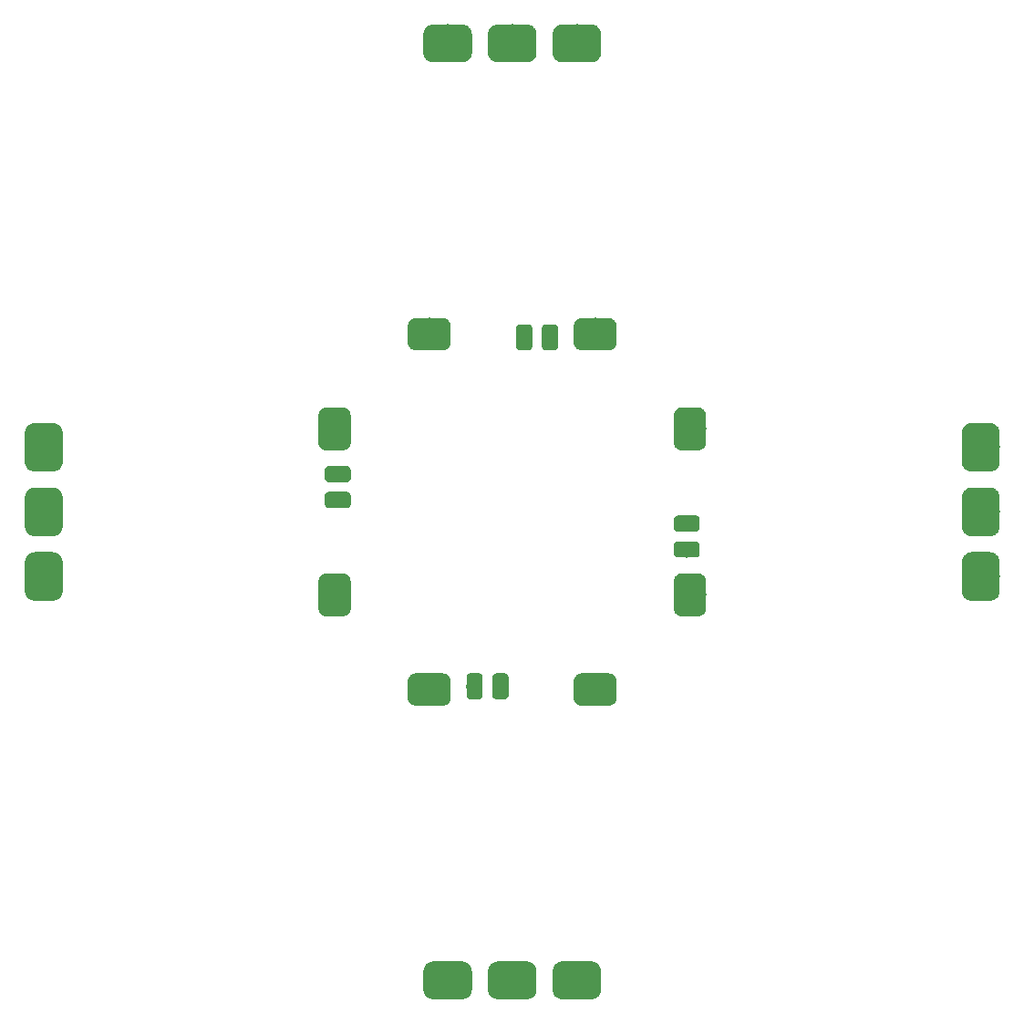
<source format=gbr>
G04 #@! TF.GenerationSoftware,KiCad,Pcbnew,5.0.0-fee4fd1~66~ubuntu16.04.1*
G04 #@! TF.CreationDate,2018-09-11T21:28:54+02:00*
G04 #@! TF.ProjectId,inverted_quad_pdb,696E7665727465645F717561645F7064,rev?*
G04 #@! TF.SameCoordinates,Original*
G04 #@! TF.FileFunction,Paste,Top*
G04 #@! TF.FilePolarity,Positive*
%FSLAX46Y46*%
G04 Gerber Fmt 4.6, Leading zero omitted, Abs format (unit mm)*
G04 Created by KiCad (PCBNEW 5.0.0-fee4fd1~66~ubuntu16.04.1) date Tue Sep 11 21:28:54 2018*
%MOMM*%
%LPD*%
G01*
G04 APERTURE LIST*
%ADD10C,0.100000*%
%ADD11C,1.500000*%
%ADD12C,3.500000*%
%ADD13C,3.000000*%
G04 APERTURE END LIST*
D10*
G04 #@! TO.C,ESC4*
G36*
X147061756Y-115351806D02*
X147098159Y-115357206D01*
X147133857Y-115366147D01*
X147168506Y-115378545D01*
X147201774Y-115394280D01*
X147233339Y-115413199D01*
X147262897Y-115435121D01*
X147290165Y-115459835D01*
X147314879Y-115487103D01*
X147336801Y-115516661D01*
X147355720Y-115548226D01*
X147371455Y-115581494D01*
X147383853Y-115616143D01*
X147392794Y-115651841D01*
X147398194Y-115688244D01*
X147400000Y-115725000D01*
X147400000Y-116475000D01*
X147398194Y-116511756D01*
X147392794Y-116548159D01*
X147383853Y-116583857D01*
X147371455Y-116618506D01*
X147355720Y-116651774D01*
X147336801Y-116683339D01*
X147314879Y-116712897D01*
X147290165Y-116740165D01*
X147262897Y-116764879D01*
X147233339Y-116786801D01*
X147201774Y-116805720D01*
X147168506Y-116821455D01*
X147133857Y-116833853D01*
X147098159Y-116842794D01*
X147061756Y-116848194D01*
X147025000Y-116850000D01*
X145375000Y-116850000D01*
X145338244Y-116848194D01*
X145301841Y-116842794D01*
X145266143Y-116833853D01*
X145231494Y-116821455D01*
X145198226Y-116805720D01*
X145166661Y-116786801D01*
X145137103Y-116764879D01*
X145109835Y-116740165D01*
X145085121Y-116712897D01*
X145063199Y-116683339D01*
X145044280Y-116651774D01*
X145028545Y-116618506D01*
X145016147Y-116583857D01*
X145007206Y-116548159D01*
X145001806Y-116511756D01*
X145000000Y-116475000D01*
X145000000Y-115725000D01*
X145001806Y-115688244D01*
X145007206Y-115651841D01*
X145016147Y-115616143D01*
X145028545Y-115581494D01*
X145044280Y-115548226D01*
X145063199Y-115516661D01*
X145085121Y-115487103D01*
X145109835Y-115459835D01*
X145137103Y-115435121D01*
X145166661Y-115413199D01*
X145198226Y-115394280D01*
X145231494Y-115378545D01*
X145266143Y-115366147D01*
X145301841Y-115357206D01*
X145338244Y-115351806D01*
X145375000Y-115350000D01*
X147025000Y-115350000D01*
X147061756Y-115351806D01*
X147061756Y-115351806D01*
G37*
D11*
X146200000Y-116100000D03*
D10*
G36*
X147061756Y-117751806D02*
X147098159Y-117757206D01*
X147133857Y-117766147D01*
X147168506Y-117778545D01*
X147201774Y-117794280D01*
X147233339Y-117813199D01*
X147262897Y-117835121D01*
X147290165Y-117859835D01*
X147314879Y-117887103D01*
X147336801Y-117916661D01*
X147355720Y-117948226D01*
X147371455Y-117981494D01*
X147383853Y-118016143D01*
X147392794Y-118051841D01*
X147398194Y-118088244D01*
X147400000Y-118125000D01*
X147400000Y-118875000D01*
X147398194Y-118911756D01*
X147392794Y-118948159D01*
X147383853Y-118983857D01*
X147371455Y-119018506D01*
X147355720Y-119051774D01*
X147336801Y-119083339D01*
X147314879Y-119112897D01*
X147290165Y-119140165D01*
X147262897Y-119164879D01*
X147233339Y-119186801D01*
X147201774Y-119205720D01*
X147168506Y-119221455D01*
X147133857Y-119233853D01*
X147098159Y-119242794D01*
X147061756Y-119248194D01*
X147025000Y-119250000D01*
X145375000Y-119250000D01*
X145338244Y-119248194D01*
X145301841Y-119242794D01*
X145266143Y-119233853D01*
X145231494Y-119221455D01*
X145198226Y-119205720D01*
X145166661Y-119186801D01*
X145137103Y-119164879D01*
X145109835Y-119140165D01*
X145085121Y-119112897D01*
X145063199Y-119083339D01*
X145044280Y-119051774D01*
X145028545Y-119018506D01*
X145016147Y-118983857D01*
X145007206Y-118948159D01*
X145001806Y-118911756D01*
X145000000Y-118875000D01*
X145000000Y-118125000D01*
X145001806Y-118088244D01*
X145007206Y-118051841D01*
X145016147Y-118016143D01*
X145028545Y-117981494D01*
X145044280Y-117948226D01*
X145063199Y-117916661D01*
X145085121Y-117887103D01*
X145109835Y-117859835D01*
X145137103Y-117835121D01*
X145166661Y-117813199D01*
X145198226Y-117794280D01*
X145231494Y-117778545D01*
X145266143Y-117766147D01*
X145301841Y-117757206D01*
X145338244Y-117751806D01*
X145375000Y-117750000D01*
X147025000Y-117750000D01*
X147061756Y-117751806D01*
X147061756Y-117751806D01*
G37*
D11*
X146200000Y-118500000D03*
D10*
G36*
X174460765Y-112754213D02*
X174545704Y-112766813D01*
X174628999Y-112787677D01*
X174709848Y-112816605D01*
X174787472Y-112853319D01*
X174861124Y-112897464D01*
X174930094Y-112948616D01*
X174993718Y-113006282D01*
X175051384Y-113069906D01*
X175102536Y-113138876D01*
X175146681Y-113212528D01*
X175183395Y-113290152D01*
X175212323Y-113371001D01*
X175233187Y-113454296D01*
X175245787Y-113539235D01*
X175250000Y-113625000D01*
X175250000Y-116375000D01*
X175245787Y-116460765D01*
X175233187Y-116545704D01*
X175212323Y-116628999D01*
X175183395Y-116709848D01*
X175146681Y-116787472D01*
X175102536Y-116861124D01*
X175051384Y-116930094D01*
X174993718Y-116993718D01*
X174930094Y-117051384D01*
X174861124Y-117102536D01*
X174787472Y-117146681D01*
X174709848Y-117183395D01*
X174628999Y-117212323D01*
X174545704Y-117233187D01*
X174460765Y-117245787D01*
X174375000Y-117250000D01*
X172625000Y-117250000D01*
X172539235Y-117245787D01*
X172454296Y-117233187D01*
X172371001Y-117212323D01*
X172290152Y-117183395D01*
X172212528Y-117146681D01*
X172138876Y-117102536D01*
X172069906Y-117051384D01*
X172006282Y-116993718D01*
X171948616Y-116930094D01*
X171897464Y-116861124D01*
X171853319Y-116787472D01*
X171816605Y-116709848D01*
X171787677Y-116628999D01*
X171766813Y-116545704D01*
X171754213Y-116460765D01*
X171750000Y-116375000D01*
X171750000Y-113625000D01*
X171754213Y-113539235D01*
X171766813Y-113454296D01*
X171787677Y-113371001D01*
X171816605Y-113290152D01*
X171853319Y-113212528D01*
X171897464Y-113138876D01*
X171948616Y-113069906D01*
X172006282Y-113006282D01*
X172069906Y-112948616D01*
X172138876Y-112897464D01*
X172212528Y-112853319D01*
X172290152Y-112816605D01*
X172371001Y-112787677D01*
X172454296Y-112766813D01*
X172539235Y-112754213D01*
X172625000Y-112750000D01*
X174375000Y-112750000D01*
X174460765Y-112754213D01*
X174460765Y-112754213D01*
G37*
D12*
X173500000Y-115000000D03*
D10*
G36*
X174460765Y-106754213D02*
X174545704Y-106766813D01*
X174628999Y-106787677D01*
X174709848Y-106816605D01*
X174787472Y-106853319D01*
X174861124Y-106897464D01*
X174930094Y-106948616D01*
X174993718Y-107006282D01*
X175051384Y-107069906D01*
X175102536Y-107138876D01*
X175146681Y-107212528D01*
X175183395Y-107290152D01*
X175212323Y-107371001D01*
X175233187Y-107454296D01*
X175245787Y-107539235D01*
X175250000Y-107625000D01*
X175250000Y-110375000D01*
X175245787Y-110460765D01*
X175233187Y-110545704D01*
X175212323Y-110628999D01*
X175183395Y-110709848D01*
X175146681Y-110787472D01*
X175102536Y-110861124D01*
X175051384Y-110930094D01*
X174993718Y-110993718D01*
X174930094Y-111051384D01*
X174861124Y-111102536D01*
X174787472Y-111146681D01*
X174709848Y-111183395D01*
X174628999Y-111212323D01*
X174545704Y-111233187D01*
X174460765Y-111245787D01*
X174375000Y-111250000D01*
X172625000Y-111250000D01*
X172539235Y-111245787D01*
X172454296Y-111233187D01*
X172371001Y-111212323D01*
X172290152Y-111183395D01*
X172212528Y-111146681D01*
X172138876Y-111102536D01*
X172069906Y-111051384D01*
X172006282Y-110993718D01*
X171948616Y-110930094D01*
X171897464Y-110861124D01*
X171853319Y-110787472D01*
X171816605Y-110709848D01*
X171787677Y-110628999D01*
X171766813Y-110545704D01*
X171754213Y-110460765D01*
X171750000Y-110375000D01*
X171750000Y-107625000D01*
X171754213Y-107539235D01*
X171766813Y-107454296D01*
X171787677Y-107371001D01*
X171816605Y-107290152D01*
X171853319Y-107212528D01*
X171897464Y-107138876D01*
X171948616Y-107069906D01*
X172006282Y-107006282D01*
X172069906Y-106948616D01*
X172138876Y-106897464D01*
X172212528Y-106853319D01*
X172290152Y-106816605D01*
X172371001Y-106787677D01*
X172454296Y-106766813D01*
X172539235Y-106754213D01*
X172625000Y-106750000D01*
X174375000Y-106750000D01*
X174460765Y-106754213D01*
X174460765Y-106754213D01*
G37*
D12*
X173500000Y-109000000D03*
D10*
G36*
X174460765Y-118754213D02*
X174545704Y-118766813D01*
X174628999Y-118787677D01*
X174709848Y-118816605D01*
X174787472Y-118853319D01*
X174861124Y-118897464D01*
X174930094Y-118948616D01*
X174993718Y-119006282D01*
X175051384Y-119069906D01*
X175102536Y-119138876D01*
X175146681Y-119212528D01*
X175183395Y-119290152D01*
X175212323Y-119371001D01*
X175233187Y-119454296D01*
X175245787Y-119539235D01*
X175250000Y-119625000D01*
X175250000Y-122375000D01*
X175245787Y-122460765D01*
X175233187Y-122545704D01*
X175212323Y-122628999D01*
X175183395Y-122709848D01*
X175146681Y-122787472D01*
X175102536Y-122861124D01*
X175051384Y-122930094D01*
X174993718Y-122993718D01*
X174930094Y-123051384D01*
X174861124Y-123102536D01*
X174787472Y-123146681D01*
X174709848Y-123183395D01*
X174628999Y-123212323D01*
X174545704Y-123233187D01*
X174460765Y-123245787D01*
X174375000Y-123250000D01*
X172625000Y-123250000D01*
X172539235Y-123245787D01*
X172454296Y-123233187D01*
X172371001Y-123212323D01*
X172290152Y-123183395D01*
X172212528Y-123146681D01*
X172138876Y-123102536D01*
X172069906Y-123051384D01*
X172006282Y-122993718D01*
X171948616Y-122930094D01*
X171897464Y-122861124D01*
X171853319Y-122787472D01*
X171816605Y-122709848D01*
X171787677Y-122628999D01*
X171766813Y-122545704D01*
X171754213Y-122460765D01*
X171750000Y-122375000D01*
X171750000Y-119625000D01*
X171754213Y-119539235D01*
X171766813Y-119454296D01*
X171787677Y-119371001D01*
X171816605Y-119290152D01*
X171853319Y-119212528D01*
X171897464Y-119138876D01*
X171948616Y-119069906D01*
X172006282Y-119006282D01*
X172069906Y-118948616D01*
X172138876Y-118897464D01*
X172212528Y-118853319D01*
X172290152Y-118816605D01*
X172371001Y-118787677D01*
X172454296Y-118766813D01*
X172539235Y-118754213D01*
X172625000Y-118750000D01*
X174375000Y-118750000D01*
X174460765Y-118754213D01*
X174460765Y-118754213D01*
G37*
D12*
X173500000Y-121000000D03*
D10*
G36*
X147323513Y-120703611D02*
X147396318Y-120714411D01*
X147467714Y-120732295D01*
X147537013Y-120757090D01*
X147603548Y-120788559D01*
X147666678Y-120826398D01*
X147725795Y-120870242D01*
X147780330Y-120919670D01*
X147829758Y-120974205D01*
X147873602Y-121033322D01*
X147911441Y-121096452D01*
X147942910Y-121162987D01*
X147967705Y-121232286D01*
X147985589Y-121303682D01*
X147996389Y-121376487D01*
X148000000Y-121450000D01*
X148000000Y-123950000D01*
X147996389Y-124023513D01*
X147985589Y-124096318D01*
X147967705Y-124167714D01*
X147942910Y-124237013D01*
X147911441Y-124303548D01*
X147873602Y-124366678D01*
X147829758Y-124425795D01*
X147780330Y-124480330D01*
X147725795Y-124529758D01*
X147666678Y-124573602D01*
X147603548Y-124611441D01*
X147537013Y-124642910D01*
X147467714Y-124667705D01*
X147396318Y-124685589D01*
X147323513Y-124696389D01*
X147250000Y-124700000D01*
X145750000Y-124700000D01*
X145676487Y-124696389D01*
X145603682Y-124685589D01*
X145532286Y-124667705D01*
X145462987Y-124642910D01*
X145396452Y-124611441D01*
X145333322Y-124573602D01*
X145274205Y-124529758D01*
X145219670Y-124480330D01*
X145170242Y-124425795D01*
X145126398Y-124366678D01*
X145088559Y-124303548D01*
X145057090Y-124237013D01*
X145032295Y-124167714D01*
X145014411Y-124096318D01*
X145003611Y-124023513D01*
X145000000Y-123950000D01*
X145000000Y-121450000D01*
X145003611Y-121376487D01*
X145014411Y-121303682D01*
X145032295Y-121232286D01*
X145057090Y-121162987D01*
X145088559Y-121096452D01*
X145126398Y-121033322D01*
X145170242Y-120974205D01*
X145219670Y-120919670D01*
X145274205Y-120870242D01*
X145333322Y-120826398D01*
X145396452Y-120788559D01*
X145462987Y-120757090D01*
X145532286Y-120732295D01*
X145603682Y-120714411D01*
X145676487Y-120703611D01*
X145750000Y-120700000D01*
X147250000Y-120700000D01*
X147323513Y-120703611D01*
X147323513Y-120703611D01*
G37*
D13*
X146500000Y-122700000D03*
D10*
G36*
X147323513Y-105303611D02*
X147396318Y-105314411D01*
X147467714Y-105332295D01*
X147537013Y-105357090D01*
X147603548Y-105388559D01*
X147666678Y-105426398D01*
X147725795Y-105470242D01*
X147780330Y-105519670D01*
X147829758Y-105574205D01*
X147873602Y-105633322D01*
X147911441Y-105696452D01*
X147942910Y-105762987D01*
X147967705Y-105832286D01*
X147985589Y-105903682D01*
X147996389Y-105976487D01*
X148000000Y-106050000D01*
X148000000Y-108550000D01*
X147996389Y-108623513D01*
X147985589Y-108696318D01*
X147967705Y-108767714D01*
X147942910Y-108837013D01*
X147911441Y-108903548D01*
X147873602Y-108966678D01*
X147829758Y-109025795D01*
X147780330Y-109080330D01*
X147725795Y-109129758D01*
X147666678Y-109173602D01*
X147603548Y-109211441D01*
X147537013Y-109242910D01*
X147467714Y-109267705D01*
X147396318Y-109285589D01*
X147323513Y-109296389D01*
X147250000Y-109300000D01*
X145750000Y-109300000D01*
X145676487Y-109296389D01*
X145603682Y-109285589D01*
X145532286Y-109267705D01*
X145462987Y-109242910D01*
X145396452Y-109211441D01*
X145333322Y-109173602D01*
X145274205Y-109129758D01*
X145219670Y-109080330D01*
X145170242Y-109025795D01*
X145126398Y-108966678D01*
X145088559Y-108903548D01*
X145057090Y-108837013D01*
X145032295Y-108767714D01*
X145014411Y-108696318D01*
X145003611Y-108623513D01*
X145000000Y-108550000D01*
X145000000Y-106050000D01*
X145003611Y-105976487D01*
X145014411Y-105903682D01*
X145032295Y-105832286D01*
X145057090Y-105762987D01*
X145088559Y-105696452D01*
X145126398Y-105633322D01*
X145170242Y-105574205D01*
X145219670Y-105519670D01*
X145274205Y-105470242D01*
X145333322Y-105426398D01*
X145396452Y-105388559D01*
X145462987Y-105357090D01*
X145532286Y-105332295D01*
X145603682Y-105314411D01*
X145676487Y-105303611D01*
X145750000Y-105300000D01*
X147250000Y-105300000D01*
X147323513Y-105303611D01*
X147323513Y-105303611D01*
G37*
D13*
X146500000Y-107300000D03*
G04 #@! TD*
D10*
G04 #@! TO.C,ESC3*
G36*
X139023513Y-130003611D02*
X139096318Y-130014411D01*
X139167714Y-130032295D01*
X139237013Y-130057090D01*
X139303548Y-130088559D01*
X139366678Y-130126398D01*
X139425795Y-130170242D01*
X139480330Y-130219670D01*
X139529758Y-130274205D01*
X139573602Y-130333322D01*
X139611441Y-130396452D01*
X139642910Y-130462987D01*
X139667705Y-130532286D01*
X139685589Y-130603682D01*
X139696389Y-130676487D01*
X139700000Y-130750000D01*
X139700000Y-132250000D01*
X139696389Y-132323513D01*
X139685589Y-132396318D01*
X139667705Y-132467714D01*
X139642910Y-132537013D01*
X139611441Y-132603548D01*
X139573602Y-132666678D01*
X139529758Y-132725795D01*
X139480330Y-132780330D01*
X139425795Y-132829758D01*
X139366678Y-132873602D01*
X139303548Y-132911441D01*
X139237013Y-132942910D01*
X139167714Y-132967705D01*
X139096318Y-132985589D01*
X139023513Y-132996389D01*
X138950000Y-133000000D01*
X136450000Y-133000000D01*
X136376487Y-132996389D01*
X136303682Y-132985589D01*
X136232286Y-132967705D01*
X136162987Y-132942910D01*
X136096452Y-132911441D01*
X136033322Y-132873602D01*
X135974205Y-132829758D01*
X135919670Y-132780330D01*
X135870242Y-132725795D01*
X135826398Y-132666678D01*
X135788559Y-132603548D01*
X135757090Y-132537013D01*
X135732295Y-132467714D01*
X135714411Y-132396318D01*
X135703611Y-132323513D01*
X135700000Y-132250000D01*
X135700000Y-130750000D01*
X135703611Y-130676487D01*
X135714411Y-130603682D01*
X135732295Y-130532286D01*
X135757090Y-130462987D01*
X135788559Y-130396452D01*
X135826398Y-130333322D01*
X135870242Y-130274205D01*
X135919670Y-130219670D01*
X135974205Y-130170242D01*
X136033322Y-130126398D01*
X136096452Y-130088559D01*
X136162987Y-130057090D01*
X136232286Y-130032295D01*
X136303682Y-130014411D01*
X136376487Y-130003611D01*
X136450000Y-130000000D01*
X138950000Y-130000000D01*
X139023513Y-130003611D01*
X139023513Y-130003611D01*
G37*
D13*
X137700000Y-131500000D03*
D10*
G36*
X123623513Y-130003611D02*
X123696318Y-130014411D01*
X123767714Y-130032295D01*
X123837013Y-130057090D01*
X123903548Y-130088559D01*
X123966678Y-130126398D01*
X124025795Y-130170242D01*
X124080330Y-130219670D01*
X124129758Y-130274205D01*
X124173602Y-130333322D01*
X124211441Y-130396452D01*
X124242910Y-130462987D01*
X124267705Y-130532286D01*
X124285589Y-130603682D01*
X124296389Y-130676487D01*
X124300000Y-130750000D01*
X124300000Y-132250000D01*
X124296389Y-132323513D01*
X124285589Y-132396318D01*
X124267705Y-132467714D01*
X124242910Y-132537013D01*
X124211441Y-132603548D01*
X124173602Y-132666678D01*
X124129758Y-132725795D01*
X124080330Y-132780330D01*
X124025795Y-132829758D01*
X123966678Y-132873602D01*
X123903548Y-132911441D01*
X123837013Y-132942910D01*
X123767714Y-132967705D01*
X123696318Y-132985589D01*
X123623513Y-132996389D01*
X123550000Y-133000000D01*
X121050000Y-133000000D01*
X120976487Y-132996389D01*
X120903682Y-132985589D01*
X120832286Y-132967705D01*
X120762987Y-132942910D01*
X120696452Y-132911441D01*
X120633322Y-132873602D01*
X120574205Y-132829758D01*
X120519670Y-132780330D01*
X120470242Y-132725795D01*
X120426398Y-132666678D01*
X120388559Y-132603548D01*
X120357090Y-132537013D01*
X120332295Y-132467714D01*
X120314411Y-132396318D01*
X120303611Y-132323513D01*
X120300000Y-132250000D01*
X120300000Y-130750000D01*
X120303611Y-130676487D01*
X120314411Y-130603682D01*
X120332295Y-130532286D01*
X120357090Y-130462987D01*
X120388559Y-130396452D01*
X120426398Y-130333322D01*
X120470242Y-130274205D01*
X120519670Y-130219670D01*
X120574205Y-130170242D01*
X120633322Y-130126398D01*
X120696452Y-130088559D01*
X120762987Y-130057090D01*
X120832286Y-130032295D01*
X120903682Y-130014411D01*
X120976487Y-130003611D01*
X121050000Y-130000000D01*
X123550000Y-130000000D01*
X123623513Y-130003611D01*
X123623513Y-130003611D01*
G37*
D13*
X122300000Y-131500000D03*
D10*
G36*
X125460765Y-156754213D02*
X125545704Y-156766813D01*
X125628999Y-156787677D01*
X125709848Y-156816605D01*
X125787472Y-156853319D01*
X125861124Y-156897464D01*
X125930094Y-156948616D01*
X125993718Y-157006282D01*
X126051384Y-157069906D01*
X126102536Y-157138876D01*
X126146681Y-157212528D01*
X126183395Y-157290152D01*
X126212323Y-157371001D01*
X126233187Y-157454296D01*
X126245787Y-157539235D01*
X126250000Y-157625000D01*
X126250000Y-159375000D01*
X126245787Y-159460765D01*
X126233187Y-159545704D01*
X126212323Y-159628999D01*
X126183395Y-159709848D01*
X126146681Y-159787472D01*
X126102536Y-159861124D01*
X126051384Y-159930094D01*
X125993718Y-159993718D01*
X125930094Y-160051384D01*
X125861124Y-160102536D01*
X125787472Y-160146681D01*
X125709848Y-160183395D01*
X125628999Y-160212323D01*
X125545704Y-160233187D01*
X125460765Y-160245787D01*
X125375000Y-160250000D01*
X122625000Y-160250000D01*
X122539235Y-160245787D01*
X122454296Y-160233187D01*
X122371001Y-160212323D01*
X122290152Y-160183395D01*
X122212528Y-160146681D01*
X122138876Y-160102536D01*
X122069906Y-160051384D01*
X122006282Y-159993718D01*
X121948616Y-159930094D01*
X121897464Y-159861124D01*
X121853319Y-159787472D01*
X121816605Y-159709848D01*
X121787677Y-159628999D01*
X121766813Y-159545704D01*
X121754213Y-159460765D01*
X121750000Y-159375000D01*
X121750000Y-157625000D01*
X121754213Y-157539235D01*
X121766813Y-157454296D01*
X121787677Y-157371001D01*
X121816605Y-157290152D01*
X121853319Y-157212528D01*
X121897464Y-157138876D01*
X121948616Y-157069906D01*
X122006282Y-157006282D01*
X122069906Y-156948616D01*
X122138876Y-156897464D01*
X122212528Y-156853319D01*
X122290152Y-156816605D01*
X122371001Y-156787677D01*
X122454296Y-156766813D01*
X122539235Y-156754213D01*
X122625000Y-156750000D01*
X125375000Y-156750000D01*
X125460765Y-156754213D01*
X125460765Y-156754213D01*
G37*
D12*
X124000000Y-158500000D03*
D10*
G36*
X137460765Y-156754213D02*
X137545704Y-156766813D01*
X137628999Y-156787677D01*
X137709848Y-156816605D01*
X137787472Y-156853319D01*
X137861124Y-156897464D01*
X137930094Y-156948616D01*
X137993718Y-157006282D01*
X138051384Y-157069906D01*
X138102536Y-157138876D01*
X138146681Y-157212528D01*
X138183395Y-157290152D01*
X138212323Y-157371001D01*
X138233187Y-157454296D01*
X138245787Y-157539235D01*
X138250000Y-157625000D01*
X138250000Y-159375000D01*
X138245787Y-159460765D01*
X138233187Y-159545704D01*
X138212323Y-159628999D01*
X138183395Y-159709848D01*
X138146681Y-159787472D01*
X138102536Y-159861124D01*
X138051384Y-159930094D01*
X137993718Y-159993718D01*
X137930094Y-160051384D01*
X137861124Y-160102536D01*
X137787472Y-160146681D01*
X137709848Y-160183395D01*
X137628999Y-160212323D01*
X137545704Y-160233187D01*
X137460765Y-160245787D01*
X137375000Y-160250000D01*
X134625000Y-160250000D01*
X134539235Y-160245787D01*
X134454296Y-160233187D01*
X134371001Y-160212323D01*
X134290152Y-160183395D01*
X134212528Y-160146681D01*
X134138876Y-160102536D01*
X134069906Y-160051384D01*
X134006282Y-159993718D01*
X133948616Y-159930094D01*
X133897464Y-159861124D01*
X133853319Y-159787472D01*
X133816605Y-159709848D01*
X133787677Y-159628999D01*
X133766813Y-159545704D01*
X133754213Y-159460765D01*
X133750000Y-159375000D01*
X133750000Y-157625000D01*
X133754213Y-157539235D01*
X133766813Y-157454296D01*
X133787677Y-157371001D01*
X133816605Y-157290152D01*
X133853319Y-157212528D01*
X133897464Y-157138876D01*
X133948616Y-157069906D01*
X134006282Y-157006282D01*
X134069906Y-156948616D01*
X134138876Y-156897464D01*
X134212528Y-156853319D01*
X134290152Y-156816605D01*
X134371001Y-156787677D01*
X134454296Y-156766813D01*
X134539235Y-156754213D01*
X134625000Y-156750000D01*
X137375000Y-156750000D01*
X137460765Y-156754213D01*
X137460765Y-156754213D01*
G37*
D12*
X136000000Y-158500000D03*
D10*
G36*
X131460765Y-156754213D02*
X131545704Y-156766813D01*
X131628999Y-156787677D01*
X131709848Y-156816605D01*
X131787472Y-156853319D01*
X131861124Y-156897464D01*
X131930094Y-156948616D01*
X131993718Y-157006282D01*
X132051384Y-157069906D01*
X132102536Y-157138876D01*
X132146681Y-157212528D01*
X132183395Y-157290152D01*
X132212323Y-157371001D01*
X132233187Y-157454296D01*
X132245787Y-157539235D01*
X132250000Y-157625000D01*
X132250000Y-159375000D01*
X132245787Y-159460765D01*
X132233187Y-159545704D01*
X132212323Y-159628999D01*
X132183395Y-159709848D01*
X132146681Y-159787472D01*
X132102536Y-159861124D01*
X132051384Y-159930094D01*
X131993718Y-159993718D01*
X131930094Y-160051384D01*
X131861124Y-160102536D01*
X131787472Y-160146681D01*
X131709848Y-160183395D01*
X131628999Y-160212323D01*
X131545704Y-160233187D01*
X131460765Y-160245787D01*
X131375000Y-160250000D01*
X128625000Y-160250000D01*
X128539235Y-160245787D01*
X128454296Y-160233187D01*
X128371001Y-160212323D01*
X128290152Y-160183395D01*
X128212528Y-160146681D01*
X128138876Y-160102536D01*
X128069906Y-160051384D01*
X128006282Y-159993718D01*
X127948616Y-159930094D01*
X127897464Y-159861124D01*
X127853319Y-159787472D01*
X127816605Y-159709848D01*
X127787677Y-159628999D01*
X127766813Y-159545704D01*
X127754213Y-159460765D01*
X127750000Y-159375000D01*
X127750000Y-157625000D01*
X127754213Y-157539235D01*
X127766813Y-157454296D01*
X127787677Y-157371001D01*
X127816605Y-157290152D01*
X127853319Y-157212528D01*
X127897464Y-157138876D01*
X127948616Y-157069906D01*
X128006282Y-157006282D01*
X128069906Y-156948616D01*
X128138876Y-156897464D01*
X128212528Y-156853319D01*
X128290152Y-156816605D01*
X128371001Y-156787677D01*
X128454296Y-156766813D01*
X128539235Y-156754213D01*
X128625000Y-156750000D01*
X131375000Y-156750000D01*
X131460765Y-156754213D01*
X131460765Y-156754213D01*
G37*
D12*
X130000000Y-158500000D03*
D10*
G36*
X126911756Y-130001806D02*
X126948159Y-130007206D01*
X126983857Y-130016147D01*
X127018506Y-130028545D01*
X127051774Y-130044280D01*
X127083339Y-130063199D01*
X127112897Y-130085121D01*
X127140165Y-130109835D01*
X127164879Y-130137103D01*
X127186801Y-130166661D01*
X127205720Y-130198226D01*
X127221455Y-130231494D01*
X127233853Y-130266143D01*
X127242794Y-130301841D01*
X127248194Y-130338244D01*
X127250000Y-130375000D01*
X127250000Y-132025000D01*
X127248194Y-132061756D01*
X127242794Y-132098159D01*
X127233853Y-132133857D01*
X127221455Y-132168506D01*
X127205720Y-132201774D01*
X127186801Y-132233339D01*
X127164879Y-132262897D01*
X127140165Y-132290165D01*
X127112897Y-132314879D01*
X127083339Y-132336801D01*
X127051774Y-132355720D01*
X127018506Y-132371455D01*
X126983857Y-132383853D01*
X126948159Y-132392794D01*
X126911756Y-132398194D01*
X126875000Y-132400000D01*
X126125000Y-132400000D01*
X126088244Y-132398194D01*
X126051841Y-132392794D01*
X126016143Y-132383853D01*
X125981494Y-132371455D01*
X125948226Y-132355720D01*
X125916661Y-132336801D01*
X125887103Y-132314879D01*
X125859835Y-132290165D01*
X125835121Y-132262897D01*
X125813199Y-132233339D01*
X125794280Y-132201774D01*
X125778545Y-132168506D01*
X125766147Y-132133857D01*
X125757206Y-132098159D01*
X125751806Y-132061756D01*
X125750000Y-132025000D01*
X125750000Y-130375000D01*
X125751806Y-130338244D01*
X125757206Y-130301841D01*
X125766147Y-130266143D01*
X125778545Y-130231494D01*
X125794280Y-130198226D01*
X125813199Y-130166661D01*
X125835121Y-130137103D01*
X125859835Y-130109835D01*
X125887103Y-130085121D01*
X125916661Y-130063199D01*
X125948226Y-130044280D01*
X125981494Y-130028545D01*
X126016143Y-130016147D01*
X126051841Y-130007206D01*
X126088244Y-130001806D01*
X126125000Y-130000000D01*
X126875000Y-130000000D01*
X126911756Y-130001806D01*
X126911756Y-130001806D01*
G37*
D11*
X126500000Y-131200000D03*
D10*
G36*
X129311756Y-130001806D02*
X129348159Y-130007206D01*
X129383857Y-130016147D01*
X129418506Y-130028545D01*
X129451774Y-130044280D01*
X129483339Y-130063199D01*
X129512897Y-130085121D01*
X129540165Y-130109835D01*
X129564879Y-130137103D01*
X129586801Y-130166661D01*
X129605720Y-130198226D01*
X129621455Y-130231494D01*
X129633853Y-130266143D01*
X129642794Y-130301841D01*
X129648194Y-130338244D01*
X129650000Y-130375000D01*
X129650000Y-132025000D01*
X129648194Y-132061756D01*
X129642794Y-132098159D01*
X129633853Y-132133857D01*
X129621455Y-132168506D01*
X129605720Y-132201774D01*
X129586801Y-132233339D01*
X129564879Y-132262897D01*
X129540165Y-132290165D01*
X129512897Y-132314879D01*
X129483339Y-132336801D01*
X129451774Y-132355720D01*
X129418506Y-132371455D01*
X129383857Y-132383853D01*
X129348159Y-132392794D01*
X129311756Y-132398194D01*
X129275000Y-132400000D01*
X128525000Y-132400000D01*
X128488244Y-132398194D01*
X128451841Y-132392794D01*
X128416143Y-132383853D01*
X128381494Y-132371455D01*
X128348226Y-132355720D01*
X128316661Y-132336801D01*
X128287103Y-132314879D01*
X128259835Y-132290165D01*
X128235121Y-132262897D01*
X128213199Y-132233339D01*
X128194280Y-132201774D01*
X128178545Y-132168506D01*
X128166147Y-132133857D01*
X128157206Y-132098159D01*
X128151806Y-132061756D01*
X128150000Y-132025000D01*
X128150000Y-130375000D01*
X128151806Y-130338244D01*
X128157206Y-130301841D01*
X128166147Y-130266143D01*
X128178545Y-130231494D01*
X128194280Y-130198226D01*
X128213199Y-130166661D01*
X128235121Y-130137103D01*
X128259835Y-130109835D01*
X128287103Y-130085121D01*
X128316661Y-130063199D01*
X128348226Y-130044280D01*
X128381494Y-130028545D01*
X128416143Y-130016147D01*
X128451841Y-130007206D01*
X128488244Y-130001806D01*
X128525000Y-130000000D01*
X129275000Y-130000000D01*
X129311756Y-130001806D01*
X129311756Y-130001806D01*
G37*
D11*
X128900000Y-131200000D03*
G04 #@! TD*
D10*
G04 #@! TO.C,ESC2*
G36*
X114661756Y-113151806D02*
X114698159Y-113157206D01*
X114733857Y-113166147D01*
X114768506Y-113178545D01*
X114801774Y-113194280D01*
X114833339Y-113213199D01*
X114862897Y-113235121D01*
X114890165Y-113259835D01*
X114914879Y-113287103D01*
X114936801Y-113316661D01*
X114955720Y-113348226D01*
X114971455Y-113381494D01*
X114983853Y-113416143D01*
X114992794Y-113451841D01*
X114998194Y-113488244D01*
X115000000Y-113525000D01*
X115000000Y-114275000D01*
X114998194Y-114311756D01*
X114992794Y-114348159D01*
X114983853Y-114383857D01*
X114971455Y-114418506D01*
X114955720Y-114451774D01*
X114936801Y-114483339D01*
X114914879Y-114512897D01*
X114890165Y-114540165D01*
X114862897Y-114564879D01*
X114833339Y-114586801D01*
X114801774Y-114605720D01*
X114768506Y-114621455D01*
X114733857Y-114633853D01*
X114698159Y-114642794D01*
X114661756Y-114648194D01*
X114625000Y-114650000D01*
X112975000Y-114650000D01*
X112938244Y-114648194D01*
X112901841Y-114642794D01*
X112866143Y-114633853D01*
X112831494Y-114621455D01*
X112798226Y-114605720D01*
X112766661Y-114586801D01*
X112737103Y-114564879D01*
X112709835Y-114540165D01*
X112685121Y-114512897D01*
X112663199Y-114483339D01*
X112644280Y-114451774D01*
X112628545Y-114418506D01*
X112616147Y-114383857D01*
X112607206Y-114348159D01*
X112601806Y-114311756D01*
X112600000Y-114275000D01*
X112600000Y-113525000D01*
X112601806Y-113488244D01*
X112607206Y-113451841D01*
X112616147Y-113416143D01*
X112628545Y-113381494D01*
X112644280Y-113348226D01*
X112663199Y-113316661D01*
X112685121Y-113287103D01*
X112709835Y-113259835D01*
X112737103Y-113235121D01*
X112766661Y-113213199D01*
X112798226Y-113194280D01*
X112831494Y-113178545D01*
X112866143Y-113166147D01*
X112901841Y-113157206D01*
X112938244Y-113151806D01*
X112975000Y-113150000D01*
X114625000Y-113150000D01*
X114661756Y-113151806D01*
X114661756Y-113151806D01*
G37*
D11*
X113800000Y-113900000D03*
D10*
G36*
X114661756Y-110751806D02*
X114698159Y-110757206D01*
X114733857Y-110766147D01*
X114768506Y-110778545D01*
X114801774Y-110794280D01*
X114833339Y-110813199D01*
X114862897Y-110835121D01*
X114890165Y-110859835D01*
X114914879Y-110887103D01*
X114936801Y-110916661D01*
X114955720Y-110948226D01*
X114971455Y-110981494D01*
X114983853Y-111016143D01*
X114992794Y-111051841D01*
X114998194Y-111088244D01*
X115000000Y-111125000D01*
X115000000Y-111875000D01*
X114998194Y-111911756D01*
X114992794Y-111948159D01*
X114983853Y-111983857D01*
X114971455Y-112018506D01*
X114955720Y-112051774D01*
X114936801Y-112083339D01*
X114914879Y-112112897D01*
X114890165Y-112140165D01*
X114862897Y-112164879D01*
X114833339Y-112186801D01*
X114801774Y-112205720D01*
X114768506Y-112221455D01*
X114733857Y-112233853D01*
X114698159Y-112242794D01*
X114661756Y-112248194D01*
X114625000Y-112250000D01*
X112975000Y-112250000D01*
X112938244Y-112248194D01*
X112901841Y-112242794D01*
X112866143Y-112233853D01*
X112831494Y-112221455D01*
X112798226Y-112205720D01*
X112766661Y-112186801D01*
X112737103Y-112164879D01*
X112709835Y-112140165D01*
X112685121Y-112112897D01*
X112663199Y-112083339D01*
X112644280Y-112051774D01*
X112628545Y-112018506D01*
X112616147Y-111983857D01*
X112607206Y-111948159D01*
X112601806Y-111911756D01*
X112600000Y-111875000D01*
X112600000Y-111125000D01*
X112601806Y-111088244D01*
X112607206Y-111051841D01*
X112616147Y-111016143D01*
X112628545Y-110981494D01*
X112644280Y-110948226D01*
X112663199Y-110916661D01*
X112685121Y-110887103D01*
X112709835Y-110859835D01*
X112737103Y-110835121D01*
X112766661Y-110813199D01*
X112798226Y-110794280D01*
X112831494Y-110778545D01*
X112866143Y-110766147D01*
X112901841Y-110757206D01*
X112938244Y-110751806D01*
X112975000Y-110750000D01*
X114625000Y-110750000D01*
X114661756Y-110751806D01*
X114661756Y-110751806D01*
G37*
D11*
X113800000Y-111500000D03*
D10*
G36*
X87460765Y-112754213D02*
X87545704Y-112766813D01*
X87628999Y-112787677D01*
X87709848Y-112816605D01*
X87787472Y-112853319D01*
X87861124Y-112897464D01*
X87930094Y-112948616D01*
X87993718Y-113006282D01*
X88051384Y-113069906D01*
X88102536Y-113138876D01*
X88146681Y-113212528D01*
X88183395Y-113290152D01*
X88212323Y-113371001D01*
X88233187Y-113454296D01*
X88245787Y-113539235D01*
X88250000Y-113625000D01*
X88250000Y-116375000D01*
X88245787Y-116460765D01*
X88233187Y-116545704D01*
X88212323Y-116628999D01*
X88183395Y-116709848D01*
X88146681Y-116787472D01*
X88102536Y-116861124D01*
X88051384Y-116930094D01*
X87993718Y-116993718D01*
X87930094Y-117051384D01*
X87861124Y-117102536D01*
X87787472Y-117146681D01*
X87709848Y-117183395D01*
X87628999Y-117212323D01*
X87545704Y-117233187D01*
X87460765Y-117245787D01*
X87375000Y-117250000D01*
X85625000Y-117250000D01*
X85539235Y-117245787D01*
X85454296Y-117233187D01*
X85371001Y-117212323D01*
X85290152Y-117183395D01*
X85212528Y-117146681D01*
X85138876Y-117102536D01*
X85069906Y-117051384D01*
X85006282Y-116993718D01*
X84948616Y-116930094D01*
X84897464Y-116861124D01*
X84853319Y-116787472D01*
X84816605Y-116709848D01*
X84787677Y-116628999D01*
X84766813Y-116545704D01*
X84754213Y-116460765D01*
X84750000Y-116375000D01*
X84750000Y-113625000D01*
X84754213Y-113539235D01*
X84766813Y-113454296D01*
X84787677Y-113371001D01*
X84816605Y-113290152D01*
X84853319Y-113212528D01*
X84897464Y-113138876D01*
X84948616Y-113069906D01*
X85006282Y-113006282D01*
X85069906Y-112948616D01*
X85138876Y-112897464D01*
X85212528Y-112853319D01*
X85290152Y-112816605D01*
X85371001Y-112787677D01*
X85454296Y-112766813D01*
X85539235Y-112754213D01*
X85625000Y-112750000D01*
X87375000Y-112750000D01*
X87460765Y-112754213D01*
X87460765Y-112754213D01*
G37*
D12*
X86500000Y-115000000D03*
D10*
G36*
X87460765Y-118754213D02*
X87545704Y-118766813D01*
X87628999Y-118787677D01*
X87709848Y-118816605D01*
X87787472Y-118853319D01*
X87861124Y-118897464D01*
X87930094Y-118948616D01*
X87993718Y-119006282D01*
X88051384Y-119069906D01*
X88102536Y-119138876D01*
X88146681Y-119212528D01*
X88183395Y-119290152D01*
X88212323Y-119371001D01*
X88233187Y-119454296D01*
X88245787Y-119539235D01*
X88250000Y-119625000D01*
X88250000Y-122375000D01*
X88245787Y-122460765D01*
X88233187Y-122545704D01*
X88212323Y-122628999D01*
X88183395Y-122709848D01*
X88146681Y-122787472D01*
X88102536Y-122861124D01*
X88051384Y-122930094D01*
X87993718Y-122993718D01*
X87930094Y-123051384D01*
X87861124Y-123102536D01*
X87787472Y-123146681D01*
X87709848Y-123183395D01*
X87628999Y-123212323D01*
X87545704Y-123233187D01*
X87460765Y-123245787D01*
X87375000Y-123250000D01*
X85625000Y-123250000D01*
X85539235Y-123245787D01*
X85454296Y-123233187D01*
X85371001Y-123212323D01*
X85290152Y-123183395D01*
X85212528Y-123146681D01*
X85138876Y-123102536D01*
X85069906Y-123051384D01*
X85006282Y-122993718D01*
X84948616Y-122930094D01*
X84897464Y-122861124D01*
X84853319Y-122787472D01*
X84816605Y-122709848D01*
X84787677Y-122628999D01*
X84766813Y-122545704D01*
X84754213Y-122460765D01*
X84750000Y-122375000D01*
X84750000Y-119625000D01*
X84754213Y-119539235D01*
X84766813Y-119454296D01*
X84787677Y-119371001D01*
X84816605Y-119290152D01*
X84853319Y-119212528D01*
X84897464Y-119138876D01*
X84948616Y-119069906D01*
X85006282Y-119006282D01*
X85069906Y-118948616D01*
X85138876Y-118897464D01*
X85212528Y-118853319D01*
X85290152Y-118816605D01*
X85371001Y-118787677D01*
X85454296Y-118766813D01*
X85539235Y-118754213D01*
X85625000Y-118750000D01*
X87375000Y-118750000D01*
X87460765Y-118754213D01*
X87460765Y-118754213D01*
G37*
D12*
X86500000Y-121000000D03*
D10*
G36*
X87460765Y-106754213D02*
X87545704Y-106766813D01*
X87628999Y-106787677D01*
X87709848Y-106816605D01*
X87787472Y-106853319D01*
X87861124Y-106897464D01*
X87930094Y-106948616D01*
X87993718Y-107006282D01*
X88051384Y-107069906D01*
X88102536Y-107138876D01*
X88146681Y-107212528D01*
X88183395Y-107290152D01*
X88212323Y-107371001D01*
X88233187Y-107454296D01*
X88245787Y-107539235D01*
X88250000Y-107625000D01*
X88250000Y-110375000D01*
X88245787Y-110460765D01*
X88233187Y-110545704D01*
X88212323Y-110628999D01*
X88183395Y-110709848D01*
X88146681Y-110787472D01*
X88102536Y-110861124D01*
X88051384Y-110930094D01*
X87993718Y-110993718D01*
X87930094Y-111051384D01*
X87861124Y-111102536D01*
X87787472Y-111146681D01*
X87709848Y-111183395D01*
X87628999Y-111212323D01*
X87545704Y-111233187D01*
X87460765Y-111245787D01*
X87375000Y-111250000D01*
X85625000Y-111250000D01*
X85539235Y-111245787D01*
X85454296Y-111233187D01*
X85371001Y-111212323D01*
X85290152Y-111183395D01*
X85212528Y-111146681D01*
X85138876Y-111102536D01*
X85069906Y-111051384D01*
X85006282Y-110993718D01*
X84948616Y-110930094D01*
X84897464Y-110861124D01*
X84853319Y-110787472D01*
X84816605Y-110709848D01*
X84787677Y-110628999D01*
X84766813Y-110545704D01*
X84754213Y-110460765D01*
X84750000Y-110375000D01*
X84750000Y-107625000D01*
X84754213Y-107539235D01*
X84766813Y-107454296D01*
X84787677Y-107371001D01*
X84816605Y-107290152D01*
X84853319Y-107212528D01*
X84897464Y-107138876D01*
X84948616Y-107069906D01*
X85006282Y-107006282D01*
X85069906Y-106948616D01*
X85138876Y-106897464D01*
X85212528Y-106853319D01*
X85290152Y-106816605D01*
X85371001Y-106787677D01*
X85454296Y-106766813D01*
X85539235Y-106754213D01*
X85625000Y-106750000D01*
X87375000Y-106750000D01*
X87460765Y-106754213D01*
X87460765Y-106754213D01*
G37*
D12*
X86500000Y-109000000D03*
D10*
G36*
X114323513Y-105303611D02*
X114396318Y-105314411D01*
X114467714Y-105332295D01*
X114537013Y-105357090D01*
X114603548Y-105388559D01*
X114666678Y-105426398D01*
X114725795Y-105470242D01*
X114780330Y-105519670D01*
X114829758Y-105574205D01*
X114873602Y-105633322D01*
X114911441Y-105696452D01*
X114942910Y-105762987D01*
X114967705Y-105832286D01*
X114985589Y-105903682D01*
X114996389Y-105976487D01*
X115000000Y-106050000D01*
X115000000Y-108550000D01*
X114996389Y-108623513D01*
X114985589Y-108696318D01*
X114967705Y-108767714D01*
X114942910Y-108837013D01*
X114911441Y-108903548D01*
X114873602Y-108966678D01*
X114829758Y-109025795D01*
X114780330Y-109080330D01*
X114725795Y-109129758D01*
X114666678Y-109173602D01*
X114603548Y-109211441D01*
X114537013Y-109242910D01*
X114467714Y-109267705D01*
X114396318Y-109285589D01*
X114323513Y-109296389D01*
X114250000Y-109300000D01*
X112750000Y-109300000D01*
X112676487Y-109296389D01*
X112603682Y-109285589D01*
X112532286Y-109267705D01*
X112462987Y-109242910D01*
X112396452Y-109211441D01*
X112333322Y-109173602D01*
X112274205Y-109129758D01*
X112219670Y-109080330D01*
X112170242Y-109025795D01*
X112126398Y-108966678D01*
X112088559Y-108903548D01*
X112057090Y-108837013D01*
X112032295Y-108767714D01*
X112014411Y-108696318D01*
X112003611Y-108623513D01*
X112000000Y-108550000D01*
X112000000Y-106050000D01*
X112003611Y-105976487D01*
X112014411Y-105903682D01*
X112032295Y-105832286D01*
X112057090Y-105762987D01*
X112088559Y-105696452D01*
X112126398Y-105633322D01*
X112170242Y-105574205D01*
X112219670Y-105519670D01*
X112274205Y-105470242D01*
X112333322Y-105426398D01*
X112396452Y-105388559D01*
X112462987Y-105357090D01*
X112532286Y-105332295D01*
X112603682Y-105314411D01*
X112676487Y-105303611D01*
X112750000Y-105300000D01*
X114250000Y-105300000D01*
X114323513Y-105303611D01*
X114323513Y-105303611D01*
G37*
D13*
X113500000Y-107300000D03*
D10*
G36*
X114323513Y-120703611D02*
X114396318Y-120714411D01*
X114467714Y-120732295D01*
X114537013Y-120757090D01*
X114603548Y-120788559D01*
X114666678Y-120826398D01*
X114725795Y-120870242D01*
X114780330Y-120919670D01*
X114829758Y-120974205D01*
X114873602Y-121033322D01*
X114911441Y-121096452D01*
X114942910Y-121162987D01*
X114967705Y-121232286D01*
X114985589Y-121303682D01*
X114996389Y-121376487D01*
X115000000Y-121450000D01*
X115000000Y-123950000D01*
X114996389Y-124023513D01*
X114985589Y-124096318D01*
X114967705Y-124167714D01*
X114942910Y-124237013D01*
X114911441Y-124303548D01*
X114873602Y-124366678D01*
X114829758Y-124425795D01*
X114780330Y-124480330D01*
X114725795Y-124529758D01*
X114666678Y-124573602D01*
X114603548Y-124611441D01*
X114537013Y-124642910D01*
X114467714Y-124667705D01*
X114396318Y-124685589D01*
X114323513Y-124696389D01*
X114250000Y-124700000D01*
X112750000Y-124700000D01*
X112676487Y-124696389D01*
X112603682Y-124685589D01*
X112532286Y-124667705D01*
X112462987Y-124642910D01*
X112396452Y-124611441D01*
X112333322Y-124573602D01*
X112274205Y-124529758D01*
X112219670Y-124480330D01*
X112170242Y-124425795D01*
X112126398Y-124366678D01*
X112088559Y-124303548D01*
X112057090Y-124237013D01*
X112032295Y-124167714D01*
X112014411Y-124096318D01*
X112003611Y-124023513D01*
X112000000Y-123950000D01*
X112000000Y-121450000D01*
X112003611Y-121376487D01*
X112014411Y-121303682D01*
X112032295Y-121232286D01*
X112057090Y-121162987D01*
X112088559Y-121096452D01*
X112126398Y-121033322D01*
X112170242Y-120974205D01*
X112219670Y-120919670D01*
X112274205Y-120870242D01*
X112333322Y-120826398D01*
X112396452Y-120788559D01*
X112462987Y-120757090D01*
X112532286Y-120732295D01*
X112603682Y-120714411D01*
X112676487Y-120703611D01*
X112750000Y-120700000D01*
X114250000Y-120700000D01*
X114323513Y-120703611D01*
X114323513Y-120703611D01*
G37*
D13*
X113500000Y-122700000D03*
G04 #@! TD*
D10*
G04 #@! TO.C,ESC1*
G36*
X123623513Y-97003611D02*
X123696318Y-97014411D01*
X123767714Y-97032295D01*
X123837013Y-97057090D01*
X123903548Y-97088559D01*
X123966678Y-97126398D01*
X124025795Y-97170242D01*
X124080330Y-97219670D01*
X124129758Y-97274205D01*
X124173602Y-97333322D01*
X124211441Y-97396452D01*
X124242910Y-97462987D01*
X124267705Y-97532286D01*
X124285589Y-97603682D01*
X124296389Y-97676487D01*
X124300000Y-97750000D01*
X124300000Y-99250000D01*
X124296389Y-99323513D01*
X124285589Y-99396318D01*
X124267705Y-99467714D01*
X124242910Y-99537013D01*
X124211441Y-99603548D01*
X124173602Y-99666678D01*
X124129758Y-99725795D01*
X124080330Y-99780330D01*
X124025795Y-99829758D01*
X123966678Y-99873602D01*
X123903548Y-99911441D01*
X123837013Y-99942910D01*
X123767714Y-99967705D01*
X123696318Y-99985589D01*
X123623513Y-99996389D01*
X123550000Y-100000000D01*
X121050000Y-100000000D01*
X120976487Y-99996389D01*
X120903682Y-99985589D01*
X120832286Y-99967705D01*
X120762987Y-99942910D01*
X120696452Y-99911441D01*
X120633322Y-99873602D01*
X120574205Y-99829758D01*
X120519670Y-99780330D01*
X120470242Y-99725795D01*
X120426398Y-99666678D01*
X120388559Y-99603548D01*
X120357090Y-99537013D01*
X120332295Y-99467714D01*
X120314411Y-99396318D01*
X120303611Y-99323513D01*
X120300000Y-99250000D01*
X120300000Y-97750000D01*
X120303611Y-97676487D01*
X120314411Y-97603682D01*
X120332295Y-97532286D01*
X120357090Y-97462987D01*
X120388559Y-97396452D01*
X120426398Y-97333322D01*
X120470242Y-97274205D01*
X120519670Y-97219670D01*
X120574205Y-97170242D01*
X120633322Y-97126398D01*
X120696452Y-97088559D01*
X120762987Y-97057090D01*
X120832286Y-97032295D01*
X120903682Y-97014411D01*
X120976487Y-97003611D01*
X121050000Y-97000000D01*
X123550000Y-97000000D01*
X123623513Y-97003611D01*
X123623513Y-97003611D01*
G37*
D13*
X122300000Y-98500000D03*
D10*
G36*
X139023513Y-97003611D02*
X139096318Y-97014411D01*
X139167714Y-97032295D01*
X139237013Y-97057090D01*
X139303548Y-97088559D01*
X139366678Y-97126398D01*
X139425795Y-97170242D01*
X139480330Y-97219670D01*
X139529758Y-97274205D01*
X139573602Y-97333322D01*
X139611441Y-97396452D01*
X139642910Y-97462987D01*
X139667705Y-97532286D01*
X139685589Y-97603682D01*
X139696389Y-97676487D01*
X139700000Y-97750000D01*
X139700000Y-99250000D01*
X139696389Y-99323513D01*
X139685589Y-99396318D01*
X139667705Y-99467714D01*
X139642910Y-99537013D01*
X139611441Y-99603548D01*
X139573602Y-99666678D01*
X139529758Y-99725795D01*
X139480330Y-99780330D01*
X139425795Y-99829758D01*
X139366678Y-99873602D01*
X139303548Y-99911441D01*
X139237013Y-99942910D01*
X139167714Y-99967705D01*
X139096318Y-99985589D01*
X139023513Y-99996389D01*
X138950000Y-100000000D01*
X136450000Y-100000000D01*
X136376487Y-99996389D01*
X136303682Y-99985589D01*
X136232286Y-99967705D01*
X136162987Y-99942910D01*
X136096452Y-99911441D01*
X136033322Y-99873602D01*
X135974205Y-99829758D01*
X135919670Y-99780330D01*
X135870242Y-99725795D01*
X135826398Y-99666678D01*
X135788559Y-99603548D01*
X135757090Y-99537013D01*
X135732295Y-99467714D01*
X135714411Y-99396318D01*
X135703611Y-99323513D01*
X135700000Y-99250000D01*
X135700000Y-97750000D01*
X135703611Y-97676487D01*
X135714411Y-97603682D01*
X135732295Y-97532286D01*
X135757090Y-97462987D01*
X135788559Y-97396452D01*
X135826398Y-97333322D01*
X135870242Y-97274205D01*
X135919670Y-97219670D01*
X135974205Y-97170242D01*
X136033322Y-97126398D01*
X136096452Y-97088559D01*
X136162987Y-97057090D01*
X136232286Y-97032295D01*
X136303682Y-97014411D01*
X136376487Y-97003611D01*
X136450000Y-97000000D01*
X138950000Y-97000000D01*
X139023513Y-97003611D01*
X139023513Y-97003611D01*
G37*
D13*
X137700000Y-98500000D03*
D10*
G36*
X137460765Y-69754213D02*
X137545704Y-69766813D01*
X137628999Y-69787677D01*
X137709848Y-69816605D01*
X137787472Y-69853319D01*
X137861124Y-69897464D01*
X137930094Y-69948616D01*
X137993718Y-70006282D01*
X138051384Y-70069906D01*
X138102536Y-70138876D01*
X138146681Y-70212528D01*
X138183395Y-70290152D01*
X138212323Y-70371001D01*
X138233187Y-70454296D01*
X138245787Y-70539235D01*
X138250000Y-70625000D01*
X138250000Y-72375000D01*
X138245787Y-72460765D01*
X138233187Y-72545704D01*
X138212323Y-72628999D01*
X138183395Y-72709848D01*
X138146681Y-72787472D01*
X138102536Y-72861124D01*
X138051384Y-72930094D01*
X137993718Y-72993718D01*
X137930094Y-73051384D01*
X137861124Y-73102536D01*
X137787472Y-73146681D01*
X137709848Y-73183395D01*
X137628999Y-73212323D01*
X137545704Y-73233187D01*
X137460765Y-73245787D01*
X137375000Y-73250000D01*
X134625000Y-73250000D01*
X134539235Y-73245787D01*
X134454296Y-73233187D01*
X134371001Y-73212323D01*
X134290152Y-73183395D01*
X134212528Y-73146681D01*
X134138876Y-73102536D01*
X134069906Y-73051384D01*
X134006282Y-72993718D01*
X133948616Y-72930094D01*
X133897464Y-72861124D01*
X133853319Y-72787472D01*
X133816605Y-72709848D01*
X133787677Y-72628999D01*
X133766813Y-72545704D01*
X133754213Y-72460765D01*
X133750000Y-72375000D01*
X133750000Y-70625000D01*
X133754213Y-70539235D01*
X133766813Y-70454296D01*
X133787677Y-70371001D01*
X133816605Y-70290152D01*
X133853319Y-70212528D01*
X133897464Y-70138876D01*
X133948616Y-70069906D01*
X134006282Y-70006282D01*
X134069906Y-69948616D01*
X134138876Y-69897464D01*
X134212528Y-69853319D01*
X134290152Y-69816605D01*
X134371001Y-69787677D01*
X134454296Y-69766813D01*
X134539235Y-69754213D01*
X134625000Y-69750000D01*
X137375000Y-69750000D01*
X137460765Y-69754213D01*
X137460765Y-69754213D01*
G37*
D12*
X136000000Y-71500000D03*
D10*
G36*
X125460765Y-69754213D02*
X125545704Y-69766813D01*
X125628999Y-69787677D01*
X125709848Y-69816605D01*
X125787472Y-69853319D01*
X125861124Y-69897464D01*
X125930094Y-69948616D01*
X125993718Y-70006282D01*
X126051384Y-70069906D01*
X126102536Y-70138876D01*
X126146681Y-70212528D01*
X126183395Y-70290152D01*
X126212323Y-70371001D01*
X126233187Y-70454296D01*
X126245787Y-70539235D01*
X126250000Y-70625000D01*
X126250000Y-72375000D01*
X126245787Y-72460765D01*
X126233187Y-72545704D01*
X126212323Y-72628999D01*
X126183395Y-72709848D01*
X126146681Y-72787472D01*
X126102536Y-72861124D01*
X126051384Y-72930094D01*
X125993718Y-72993718D01*
X125930094Y-73051384D01*
X125861124Y-73102536D01*
X125787472Y-73146681D01*
X125709848Y-73183395D01*
X125628999Y-73212323D01*
X125545704Y-73233187D01*
X125460765Y-73245787D01*
X125375000Y-73250000D01*
X122625000Y-73250000D01*
X122539235Y-73245787D01*
X122454296Y-73233187D01*
X122371001Y-73212323D01*
X122290152Y-73183395D01*
X122212528Y-73146681D01*
X122138876Y-73102536D01*
X122069906Y-73051384D01*
X122006282Y-72993718D01*
X121948616Y-72930094D01*
X121897464Y-72861124D01*
X121853319Y-72787472D01*
X121816605Y-72709848D01*
X121787677Y-72628999D01*
X121766813Y-72545704D01*
X121754213Y-72460765D01*
X121750000Y-72375000D01*
X121750000Y-70625000D01*
X121754213Y-70539235D01*
X121766813Y-70454296D01*
X121787677Y-70371001D01*
X121816605Y-70290152D01*
X121853319Y-70212528D01*
X121897464Y-70138876D01*
X121948616Y-70069906D01*
X122006282Y-70006282D01*
X122069906Y-69948616D01*
X122138876Y-69897464D01*
X122212528Y-69853319D01*
X122290152Y-69816605D01*
X122371001Y-69787677D01*
X122454296Y-69766813D01*
X122539235Y-69754213D01*
X122625000Y-69750000D01*
X125375000Y-69750000D01*
X125460765Y-69754213D01*
X125460765Y-69754213D01*
G37*
D12*
X124000000Y-71500000D03*
D10*
G36*
X131460765Y-69754213D02*
X131545704Y-69766813D01*
X131628999Y-69787677D01*
X131709848Y-69816605D01*
X131787472Y-69853319D01*
X131861124Y-69897464D01*
X131930094Y-69948616D01*
X131993718Y-70006282D01*
X132051384Y-70069906D01*
X132102536Y-70138876D01*
X132146681Y-70212528D01*
X132183395Y-70290152D01*
X132212323Y-70371001D01*
X132233187Y-70454296D01*
X132245787Y-70539235D01*
X132250000Y-70625000D01*
X132250000Y-72375000D01*
X132245787Y-72460765D01*
X132233187Y-72545704D01*
X132212323Y-72628999D01*
X132183395Y-72709848D01*
X132146681Y-72787472D01*
X132102536Y-72861124D01*
X132051384Y-72930094D01*
X131993718Y-72993718D01*
X131930094Y-73051384D01*
X131861124Y-73102536D01*
X131787472Y-73146681D01*
X131709848Y-73183395D01*
X131628999Y-73212323D01*
X131545704Y-73233187D01*
X131460765Y-73245787D01*
X131375000Y-73250000D01*
X128625000Y-73250000D01*
X128539235Y-73245787D01*
X128454296Y-73233187D01*
X128371001Y-73212323D01*
X128290152Y-73183395D01*
X128212528Y-73146681D01*
X128138876Y-73102536D01*
X128069906Y-73051384D01*
X128006282Y-72993718D01*
X127948616Y-72930094D01*
X127897464Y-72861124D01*
X127853319Y-72787472D01*
X127816605Y-72709848D01*
X127787677Y-72628999D01*
X127766813Y-72545704D01*
X127754213Y-72460765D01*
X127750000Y-72375000D01*
X127750000Y-70625000D01*
X127754213Y-70539235D01*
X127766813Y-70454296D01*
X127787677Y-70371001D01*
X127816605Y-70290152D01*
X127853319Y-70212528D01*
X127897464Y-70138876D01*
X127948616Y-70069906D01*
X128006282Y-70006282D01*
X128069906Y-69948616D01*
X128138876Y-69897464D01*
X128212528Y-69853319D01*
X128290152Y-69816605D01*
X128371001Y-69787677D01*
X128454296Y-69766813D01*
X128539235Y-69754213D01*
X128625000Y-69750000D01*
X131375000Y-69750000D01*
X131460765Y-69754213D01*
X131460765Y-69754213D01*
G37*
D12*
X130000000Y-71500000D03*
D10*
G36*
X133911756Y-97601806D02*
X133948159Y-97607206D01*
X133983857Y-97616147D01*
X134018506Y-97628545D01*
X134051774Y-97644280D01*
X134083339Y-97663199D01*
X134112897Y-97685121D01*
X134140165Y-97709835D01*
X134164879Y-97737103D01*
X134186801Y-97766661D01*
X134205720Y-97798226D01*
X134221455Y-97831494D01*
X134233853Y-97866143D01*
X134242794Y-97901841D01*
X134248194Y-97938244D01*
X134250000Y-97975000D01*
X134250000Y-99625000D01*
X134248194Y-99661756D01*
X134242794Y-99698159D01*
X134233853Y-99733857D01*
X134221455Y-99768506D01*
X134205720Y-99801774D01*
X134186801Y-99833339D01*
X134164879Y-99862897D01*
X134140165Y-99890165D01*
X134112897Y-99914879D01*
X134083339Y-99936801D01*
X134051774Y-99955720D01*
X134018506Y-99971455D01*
X133983857Y-99983853D01*
X133948159Y-99992794D01*
X133911756Y-99998194D01*
X133875000Y-100000000D01*
X133125000Y-100000000D01*
X133088244Y-99998194D01*
X133051841Y-99992794D01*
X133016143Y-99983853D01*
X132981494Y-99971455D01*
X132948226Y-99955720D01*
X132916661Y-99936801D01*
X132887103Y-99914879D01*
X132859835Y-99890165D01*
X132835121Y-99862897D01*
X132813199Y-99833339D01*
X132794280Y-99801774D01*
X132778545Y-99768506D01*
X132766147Y-99733857D01*
X132757206Y-99698159D01*
X132751806Y-99661756D01*
X132750000Y-99625000D01*
X132750000Y-97975000D01*
X132751806Y-97938244D01*
X132757206Y-97901841D01*
X132766147Y-97866143D01*
X132778545Y-97831494D01*
X132794280Y-97798226D01*
X132813199Y-97766661D01*
X132835121Y-97737103D01*
X132859835Y-97709835D01*
X132887103Y-97685121D01*
X132916661Y-97663199D01*
X132948226Y-97644280D01*
X132981494Y-97628545D01*
X133016143Y-97616147D01*
X133051841Y-97607206D01*
X133088244Y-97601806D01*
X133125000Y-97600000D01*
X133875000Y-97600000D01*
X133911756Y-97601806D01*
X133911756Y-97601806D01*
G37*
D11*
X133500000Y-98800000D03*
D10*
G36*
X131511756Y-97601806D02*
X131548159Y-97607206D01*
X131583857Y-97616147D01*
X131618506Y-97628545D01*
X131651774Y-97644280D01*
X131683339Y-97663199D01*
X131712897Y-97685121D01*
X131740165Y-97709835D01*
X131764879Y-97737103D01*
X131786801Y-97766661D01*
X131805720Y-97798226D01*
X131821455Y-97831494D01*
X131833853Y-97866143D01*
X131842794Y-97901841D01*
X131848194Y-97938244D01*
X131850000Y-97975000D01*
X131850000Y-99625000D01*
X131848194Y-99661756D01*
X131842794Y-99698159D01*
X131833853Y-99733857D01*
X131821455Y-99768506D01*
X131805720Y-99801774D01*
X131786801Y-99833339D01*
X131764879Y-99862897D01*
X131740165Y-99890165D01*
X131712897Y-99914879D01*
X131683339Y-99936801D01*
X131651774Y-99955720D01*
X131618506Y-99971455D01*
X131583857Y-99983853D01*
X131548159Y-99992794D01*
X131511756Y-99998194D01*
X131475000Y-100000000D01*
X130725000Y-100000000D01*
X130688244Y-99998194D01*
X130651841Y-99992794D01*
X130616143Y-99983853D01*
X130581494Y-99971455D01*
X130548226Y-99955720D01*
X130516661Y-99936801D01*
X130487103Y-99914879D01*
X130459835Y-99890165D01*
X130435121Y-99862897D01*
X130413199Y-99833339D01*
X130394280Y-99801774D01*
X130378545Y-99768506D01*
X130366147Y-99733857D01*
X130357206Y-99698159D01*
X130351806Y-99661756D01*
X130350000Y-99625000D01*
X130350000Y-97975000D01*
X130351806Y-97938244D01*
X130357206Y-97901841D01*
X130366147Y-97866143D01*
X130378545Y-97831494D01*
X130394280Y-97798226D01*
X130413199Y-97766661D01*
X130435121Y-97737103D01*
X130459835Y-97709835D01*
X130487103Y-97685121D01*
X130516661Y-97663199D01*
X130548226Y-97644280D01*
X130581494Y-97628545D01*
X130616143Y-97616147D01*
X130651841Y-97607206D01*
X130688244Y-97601806D01*
X130725000Y-97600000D01*
X131475000Y-97600000D01*
X131511756Y-97601806D01*
X131511756Y-97601806D01*
G37*
D11*
X131100000Y-98800000D03*
G04 #@! TD*
M02*

</source>
